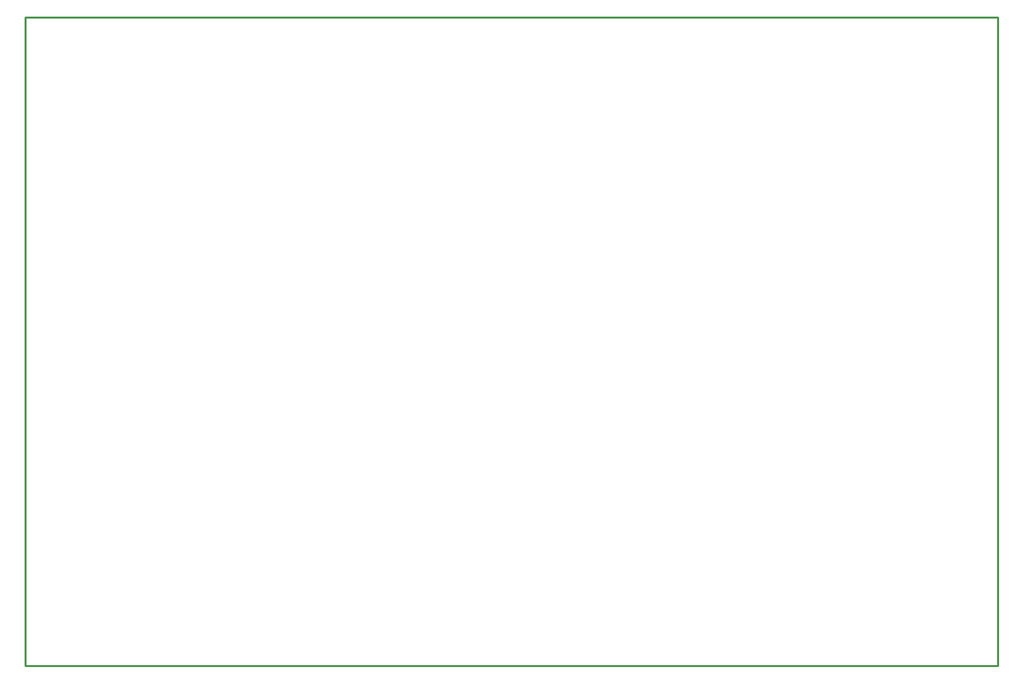
<source format=gko>
G04 Layer: BoardOutlineLayer*
G04 EasyEDA v6.5.23, 2023-09-23 11:22:25*
G04 fbaf7024bf8343fa847bd74e200e9744,10*
G04 Gerber Generator version 0.2*
G04 Scale: 100 percent, Rotated: No, Reflected: No *
G04 Dimensions in inches *
G04 leading zeros omitted , absolute positions ,3 integer and 6 decimal *
%FSLAX36Y36*%
%MOIN*%

%ADD10C,0.0100*%
D10*
X-4882500Y952500D02*
G01*
X0Y952500D01*
X0Y-2300000D01*
X-4882500Y-2300000D01*
X-4882500Y952500D01*

%LPD*%
M02*

</source>
